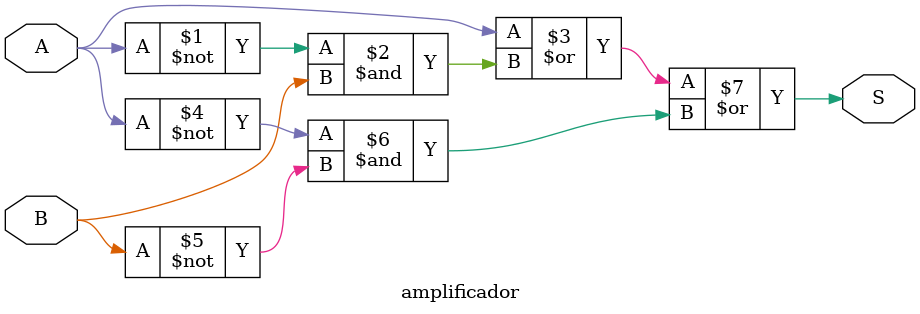
<source format=v>
module amplificador(A, B, S);
    input A, B;
    output S;

    assign S = A | (~A & B) | (~A & ~B);
    
endmodule

</source>
